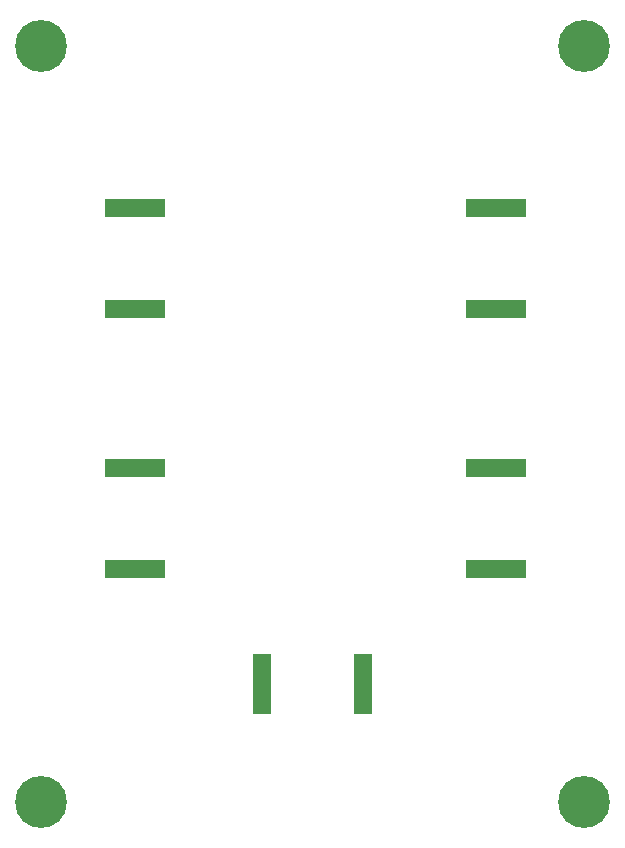
<source format=gbr>
G04 #@! TF.GenerationSoftware,KiCad,Pcbnew,5.1.6-c6e7f7d~87~ubuntu18.04.1*
G04 #@! TF.CreationDate,2021-01-12T05:29:31+00:00*
G04 #@! TF.ProjectId,amp,616d702e-6b69-4636-9164-5f7063625858,rev?*
G04 #@! TF.SameCoordinates,Original*
G04 #@! TF.FileFunction,Soldermask,Bot*
G04 #@! TF.FilePolarity,Negative*
%FSLAX46Y46*%
G04 Gerber Fmt 4.6, Leading zero omitted, Abs format (unit mm)*
G04 Created by KiCad (PCBNEW 5.1.6-c6e7f7d~87~ubuntu18.04.1) date 2021-01-12 05:29:31*
%MOMM*%
%LPD*%
G01*
G04 APERTURE LIST*
%ADD10C,4.400000*%
%ADD11R,5.180000X1.600000*%
%ADD12R,1.600000X5.180000*%
G04 APERTURE END LIST*
D10*
G04 #@! TO.C,H4*
X161000000Y-125000000D03*
G04 #@! TD*
G04 #@! TO.C,H3*
X161000000Y-61000000D03*
G04 #@! TD*
G04 #@! TO.C,H2*
X115000000Y-125000000D03*
G04 #@! TD*
G04 #@! TO.C,H1*
X115000000Y-61000000D03*
G04 #@! TD*
D11*
G04 #@! TO.C,J5*
X153500000Y-96750000D03*
X153500000Y-105250000D03*
G04 #@! TD*
D12*
G04 #@! TO.C,J4*
X142250000Y-115000000D03*
X133750000Y-115000000D03*
G04 #@! TD*
D11*
G04 #@! TO.C,J3*
X153500000Y-74750000D03*
X153500000Y-83250000D03*
G04 #@! TD*
G04 #@! TO.C,J2*
X123000000Y-105250000D03*
X123000000Y-96750000D03*
G04 #@! TD*
G04 #@! TO.C,J1*
X123000000Y-83250000D03*
X123000000Y-74750000D03*
G04 #@! TD*
M02*

</source>
